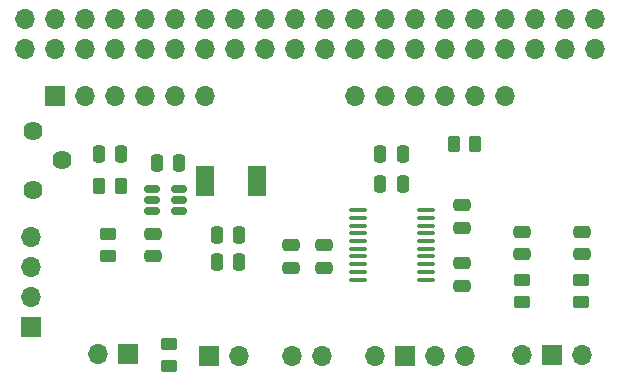
<source format=gts>
%TF.GenerationSoftware,KiCad,Pcbnew,7.0.1*%
%TF.CreationDate,2023-07-06T22:47:11-05:00*%
%TF.ProjectId,squishbox1,73717569-7368-4626-9f78-312e6b696361,rev?*%
%TF.SameCoordinates,Original*%
%TF.FileFunction,Soldermask,Top*%
%TF.FilePolarity,Negative*%
%FSLAX46Y46*%
G04 Gerber Fmt 4.6, Leading zero omitted, Abs format (unit mm)*
G04 Created by KiCad (PCBNEW 7.0.1) date 2023-07-06 22:47:11*
%MOMM*%
%LPD*%
G01*
G04 APERTURE LIST*
G04 Aperture macros list*
%AMRoundRect*
0 Rectangle with rounded corners*
0 $1 Rounding radius*
0 $2 $3 $4 $5 $6 $7 $8 $9 X,Y pos of 4 corners*
0 Add a 4 corners polygon primitive as box body*
4,1,4,$2,$3,$4,$5,$6,$7,$8,$9,$2,$3,0*
0 Add four circle primitives for the rounded corners*
1,1,$1+$1,$2,$3*
1,1,$1+$1,$4,$5*
1,1,$1+$1,$6,$7*
1,1,$1+$1,$8,$9*
0 Add four rect primitives between the rounded corners*
20,1,$1+$1,$2,$3,$4,$5,0*
20,1,$1+$1,$4,$5,$6,$7,0*
20,1,$1+$1,$6,$7,$8,$9,0*
20,1,$1+$1,$8,$9,$2,$3,0*%
G04 Aperture macros list end*
%ADD10R,1.700000X1.700000*%
%ADD11O,1.700000X1.700000*%
%ADD12RoundRect,0.250000X0.250000X0.475000X-0.250000X0.475000X-0.250000X-0.475000X0.250000X-0.475000X0*%
%ADD13RoundRect,0.250000X-0.262500X-0.450000X0.262500X-0.450000X0.262500X0.450000X-0.262500X0.450000X0*%
%ADD14RoundRect,0.250000X-0.250000X-0.475000X0.250000X-0.475000X0.250000X0.475000X-0.250000X0.475000X0*%
%ADD15R,1.600000X2.500000*%
%ADD16RoundRect,0.250000X-0.475000X0.250000X-0.475000X-0.250000X0.475000X-0.250000X0.475000X0.250000X0*%
%ADD17RoundRect,0.250000X0.475000X-0.250000X0.475000X0.250000X-0.475000X0.250000X-0.475000X-0.250000X0*%
%ADD18RoundRect,0.100000X0.637500X0.100000X-0.637500X0.100000X-0.637500X-0.100000X0.637500X-0.100000X0*%
%ADD19RoundRect,0.250000X-0.450000X0.262500X-0.450000X-0.262500X0.450000X-0.262500X0.450000X0.262500X0*%
%ADD20RoundRect,0.150000X-0.512500X-0.150000X0.512500X-0.150000X0.512500X0.150000X-0.512500X0.150000X0*%
%ADD21RoundRect,0.250000X0.450000X-0.262500X0.450000X0.262500X-0.450000X0.262500X-0.450000X-0.262500X0*%
%ADD22C,1.620000*%
G04 APERTURE END LIST*
D10*
%TO.C,U2*%
X91000000Y-56000000D03*
D11*
X93540000Y-56000000D03*
X96080000Y-56000000D03*
X98620000Y-56000000D03*
X101160000Y-56000000D03*
X103700000Y-56000000D03*
X116400000Y-56000000D03*
X118940000Y-56000000D03*
X121480000Y-56000000D03*
X124020000Y-56000000D03*
X126560000Y-56000000D03*
X129100000Y-56000000D03*
%TD*%
D10*
%TO.C,D1*%
X104000000Y-78000000D03*
D11*
X106540000Y-78000000D03*
%TD*%
%TO.C,S1*%
X111069200Y-78000000D03*
X113609200Y-78000000D03*
%TD*%
D12*
%TO.C,C7*%
X120446800Y-60960000D03*
X118546800Y-60960000D03*
%TD*%
D13*
%TO.C,R3*%
X124743200Y-60121800D03*
X126568200Y-60121800D03*
%TD*%
D12*
%TO.C,C3*%
X101534000Y-61722000D03*
X99634000Y-61722000D03*
%TD*%
D14*
%TO.C,C13*%
X94706400Y-60960000D03*
X96606400Y-60960000D03*
%TD*%
D15*
%TO.C,L1*%
X103718000Y-63246000D03*
X108118000Y-63246000D03*
%TD*%
D16*
%TO.C,C4*%
X110947200Y-68661200D03*
X110947200Y-70561200D03*
%TD*%
%TO.C,C1*%
X99303000Y-67668300D03*
X99303000Y-69568300D03*
%TD*%
D11*
%TO.C,J3*%
X118120000Y-78000000D03*
D10*
X120660000Y-78000000D03*
D11*
X123200000Y-78000000D03*
X125740000Y-78000000D03*
%TD*%
D12*
%TO.C,C11*%
X106614000Y-70104000D03*
X104714000Y-70104000D03*
%TD*%
D17*
%TO.C,C10*%
X135610600Y-69403000D03*
X135610600Y-67503000D03*
%TD*%
%TO.C,C9*%
X130556000Y-69403000D03*
X130556000Y-67503000D03*
%TD*%
D13*
%TO.C,R5*%
X94743900Y-63601600D03*
X96568900Y-63601600D03*
%TD*%
D11*
%TO.C,J2*%
X135585200Y-77978000D03*
D10*
X133045200Y-77978000D03*
D11*
X130505200Y-77978000D03*
%TD*%
D18*
%TO.C,U1*%
X122394900Y-71555800D03*
X122394900Y-70905800D03*
X122394900Y-70255800D03*
X122394900Y-69605800D03*
X122394900Y-68955800D03*
X122394900Y-68305800D03*
X122394900Y-67655800D03*
X122394900Y-67005800D03*
X122394900Y-66355800D03*
X122394900Y-65705800D03*
X116669900Y-65705800D03*
X116669900Y-66355800D03*
X116669900Y-67005800D03*
X116669900Y-67655800D03*
X116669900Y-68305800D03*
X116669900Y-68955800D03*
X116669900Y-69605800D03*
X116669900Y-70255800D03*
X116669900Y-70905800D03*
X116669900Y-71555800D03*
%TD*%
D19*
%TO.C,R6*%
X95453200Y-67718300D03*
X95453200Y-69543300D03*
%TD*%
D16*
%TO.C,C6*%
X125476000Y-65257600D03*
X125476000Y-67157600D03*
%TD*%
D17*
%TO.C,C2*%
X113774300Y-70561200D03*
X113774300Y-68661200D03*
%TD*%
D20*
%TO.C,U3*%
X99212400Y-63893900D03*
X99212400Y-64843900D03*
X99212400Y-65793900D03*
X101487400Y-65793900D03*
X101487400Y-64843900D03*
X101487400Y-63893900D03*
%TD*%
D12*
%TO.C,C12*%
X106614000Y-67818000D03*
X104714000Y-67818000D03*
%TD*%
%TO.C,C8*%
X120446800Y-63474600D03*
X118546800Y-63474600D03*
%TD*%
D17*
%TO.C,C5*%
X125476000Y-72095400D03*
X125476000Y-70195400D03*
%TD*%
D10*
%TO.C,J4*%
X97180400Y-77901800D03*
D11*
X94640400Y-77901800D03*
%TD*%
D19*
%TO.C,R2*%
X135559800Y-71592400D03*
X135559800Y-73417400D03*
%TD*%
D21*
%TO.C,R4*%
X100685600Y-78867000D03*
X100685600Y-77042000D03*
%TD*%
D19*
%TO.C,R1*%
X130530600Y-71592400D03*
X130530600Y-73417400D03*
%TD*%
D11*
%TO.C,J1*%
X88440000Y-52070000D03*
X88440000Y-49530000D03*
X90980000Y-52070000D03*
X90980000Y-49530000D03*
X93520000Y-52070000D03*
X93520000Y-49530000D03*
X96060000Y-52070000D03*
X96060000Y-49530000D03*
X98600000Y-52070000D03*
X98600000Y-49530000D03*
X101140000Y-52070000D03*
X101140000Y-49530000D03*
X103680000Y-52070000D03*
X103680000Y-49530000D03*
X106220000Y-52070000D03*
X106220000Y-49530000D03*
X108760000Y-52070000D03*
X108760000Y-49530000D03*
X111300000Y-52070000D03*
X111300000Y-49530000D03*
X113840000Y-52070000D03*
X113840000Y-49530000D03*
X116380000Y-52070000D03*
X116380000Y-49530000D03*
X118920000Y-52070000D03*
X118920000Y-49530000D03*
X121460000Y-52070000D03*
X121460000Y-49530000D03*
X124000000Y-52070000D03*
X124000000Y-49530000D03*
X126540000Y-52070000D03*
X126540000Y-49530000D03*
X129080000Y-52070000D03*
X129080000Y-49530000D03*
X131620000Y-52070000D03*
X131620000Y-49530000D03*
X134160000Y-52070000D03*
X134160000Y-49530000D03*
X136700000Y-52070000D03*
X136700000Y-49530000D03*
%TD*%
%TO.C,J5*%
X89001600Y-67995800D03*
X89001600Y-70535800D03*
X89001600Y-73075800D03*
D10*
X89001600Y-75615800D03*
%TD*%
D22*
%TO.C,RV1*%
X89099000Y-63968000D03*
X91599000Y-61468000D03*
X89099000Y-58968000D03*
%TD*%
M02*

</source>
